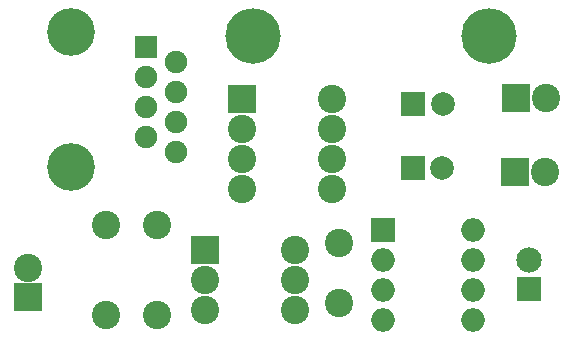
<source format=gbr>
G04 #@! TF.FileFunction,Soldermask,Bot*
%FSLAX46Y46*%
G04 Gerber Fmt 4.6, Leading zero omitted, Abs format (unit mm)*
G04 Created by KiCad (PCBNEW 4.0.6) date 08/17/17 15:20:36*
%MOMM*%
%LPD*%
G01*
G04 APERTURE LIST*
%ADD10C,0.100000*%
%ADD11R,2.150000X2.150000*%
%ADD12C,2.150000*%
%ADD13R,2.400000X2.400000*%
%ADD14C,2.400000*%
%ADD15C,4.050000*%
%ADD16R,1.900000X1.900000*%
%ADD17C,1.900000*%
%ADD18R,2.000000X2.000000*%
%ADD19O,2.000000X2.000000*%
%ADD20C,4.700000*%
%ADD21C,2.000000*%
G04 APERTURE END LIST*
D10*
D11*
X48490000Y6730000D03*
D12*
X48490000Y9230000D03*
D13*
X24210000Y22840000D03*
D14*
X31830000Y15220000D03*
X24210000Y20300000D03*
X31830000Y17760000D03*
X24210000Y17760000D03*
X31830000Y20300000D03*
X24210000Y15220000D03*
X31830000Y22840000D03*
X32360000Y10660000D03*
X32360000Y5580000D03*
D15*
X9730000Y17040000D03*
X9730000Y28470000D03*
D16*
X16080000Y27200000D03*
D17*
X18620000Y25930000D03*
X16080000Y24660000D03*
X18620000Y23390000D03*
X16080000Y22120000D03*
X18620000Y20850000D03*
X16080000Y19580000D03*
X18620000Y18310000D03*
D14*
X12620000Y12170000D03*
X12620000Y4550000D03*
D13*
X47410000Y22940000D03*
D14*
X49910000Y22940000D03*
D13*
X47310000Y16620000D03*
D14*
X49810000Y16620000D03*
X16940000Y12200000D03*
X16940000Y4580000D03*
D13*
X6040000Y6070000D03*
D14*
X6040000Y8570000D03*
D13*
X21050000Y10040000D03*
D14*
X28670000Y4960000D03*
X21050000Y7500000D03*
X28670000Y7500000D03*
X21050000Y4960000D03*
X28670000Y10040000D03*
D18*
X36150000Y11740000D03*
D19*
X43770000Y4120000D03*
X36150000Y9200000D03*
X43770000Y6660000D03*
X36150000Y6660000D03*
X43770000Y9200000D03*
X36150000Y4120000D03*
X43770000Y11740000D03*
D20*
X25100000Y28200000D03*
X45100000Y28200000D03*
D18*
X38630000Y16960000D03*
D21*
X41130000Y16960000D03*
D18*
X38670000Y22450000D03*
D21*
X41170000Y22450000D03*
M02*

</source>
